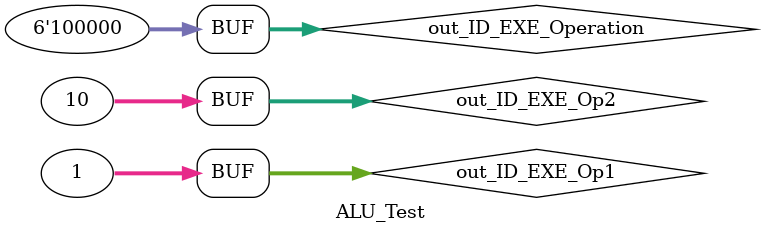
<source format=v>
module ALU_Test;
//this module is a ALU Test bench
reg [31:0] out_ID_EXE_Op1;
reg [31:0] out_ID_EXE_Op2;
reg [5:0] out_ID_EXE_Operation;
wire [31:0] ALU_Result;
wire clk;

CLK CLK1(clk);

 ALU ALU1(
//this module is an ALU
ALU_Result,
//output reg ALU_zero,
out_ID_EXE_Op1,
out_ID_EXE_Op2,
out_ID_EXE_Operation,
clk
);
//ALU Abdullah(Result,Zero,Op1,Op2,Operation);
//case 0

initial
begin

out_ID_EXE_Op1=32'h01; out_ID_EXE_Op2=32'h0A;out_ID_EXE_Operation='h20;



end
endmodule

</source>
